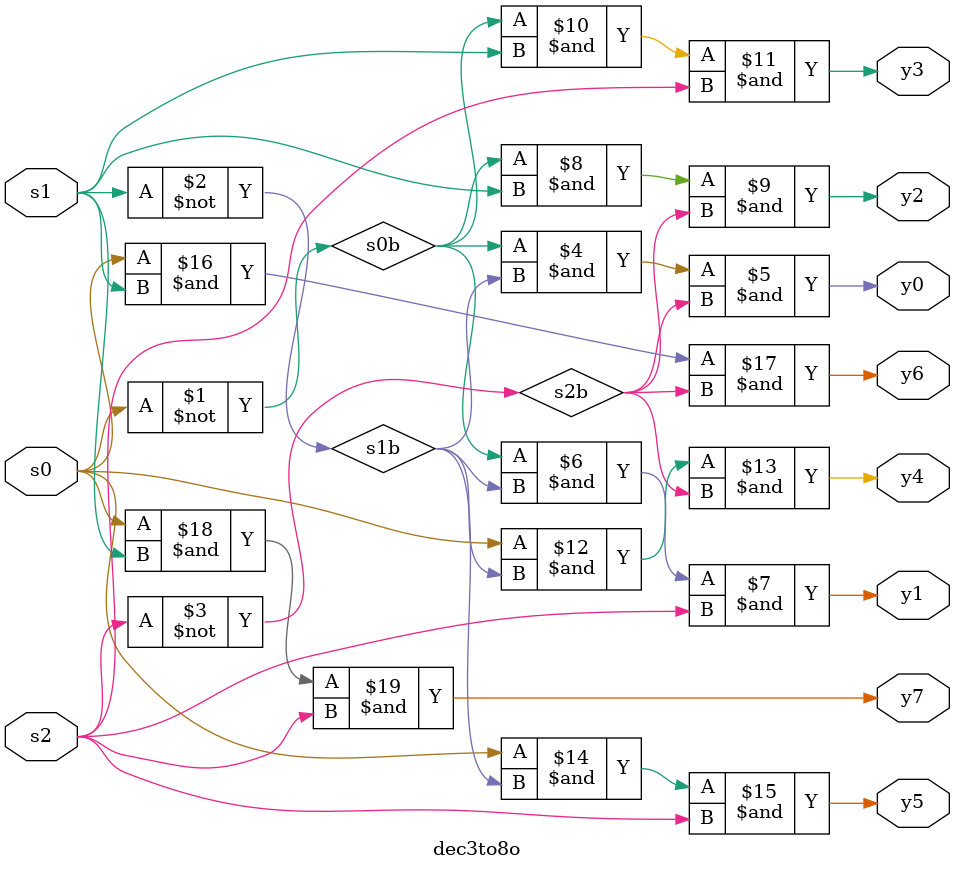
<source format=v>
module dec3to8o (s0,s1,s2,y0,y1,y2,y3,y4,y5,y6,y7);
input s0,s1,s2;
output y0,y1,y2,y3,y4,y5,y6,y7;
wire s0b,s1b,s2b;
assign s0b = ~s0;
assign s1b = ~s1;
assign s2b = ~s2;
assign y0 = s0b & s1b & s2b ;
assign y1 = s0b & s1b & s2 ;
assign y2 = s0b & s1 & s2b ;
assign y3 = s0b & s1 & s2 ;
assign y4 = s0 & s1b & s2b ;
assign y5 = s0 & s1b & s2 ;
assign y6 = s0 & s1 & s2b ;
assign y7 = s0 & s1 & s2 ;
endmodule

</source>
